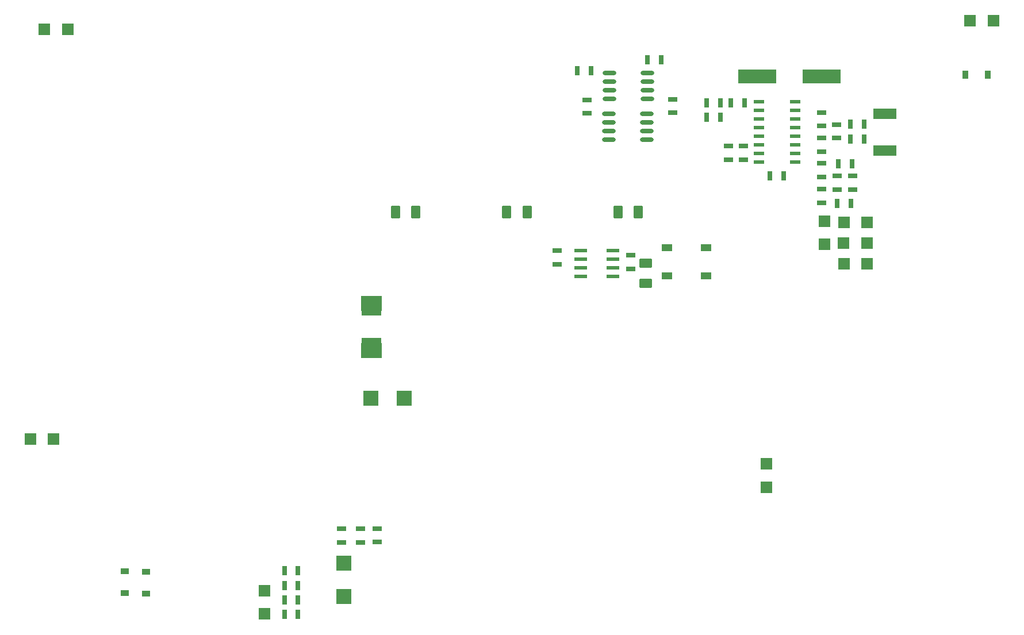
<source format=gbp>
G04*
G04 #@! TF.GenerationSoftware,Altium Limited,Altium Designer,22.5.1 (42)*
G04*
G04 Layer_Color=128*
%FSLAX44Y44*%
%MOMM*%
G71*
G04*
G04 #@! TF.SameCoordinates,325B58FB-DF44-4075-A057-A786A272C4E4*
G04*
G04*
G04 #@! TF.FilePolarity,Positive*
G04*
G01*
G75*
%ADD24R,0.8000X1.4000*%
%ADD25R,1.4000X0.8000*%
%ADD30R,3.0000X1.8000*%
%ADD35R,1.9812X0.5588*%
G04:AMPARAMS|DCode=43|XSize=1.4mm|YSize=1.8mm|CornerRadius=0.14mm|HoleSize=0mm|Usage=FLASHONLY|Rotation=90.000|XOffset=0mm|YOffset=0mm|HoleType=Round|Shape=RoundedRectangle|*
%AMROUNDEDRECTD43*
21,1,1.4000,1.5200,0,0,90.0*
21,1,1.1200,1.8000,0,0,90.0*
1,1,0.2800,0.7600,0.5600*
1,1,0.2800,0.7600,-0.5600*
1,1,0.2800,-0.7600,-0.5600*
1,1,0.2800,-0.7600,0.5600*
%
%ADD43ROUNDEDRECTD43*%
G04:AMPARAMS|DCode=44|XSize=1.4mm|YSize=1.8mm|CornerRadius=0.14mm|HoleSize=0mm|Usage=FLASHONLY|Rotation=90.000|XOffset=0mm|YOffset=0mm|HoleType=Round|Shape=RoundedRectangle|*
%AMROUNDEDRECTD44*
21,1,1.4000,1.5200,0,0,90.0*
21,1,1.1200,1.8000,0,0,90.0*
1,1,0.2800,0.7600,0.5600*
1,1,0.2800,0.7600,-0.5600*
1,1,0.2800,-0.7600,-0.5600*
1,1,0.2800,-0.7600,0.5600*
%
%ADD44ROUNDEDRECTD44*%
%ADD45R,1.7780X1.7780*%
%ADD46R,1.7780X1.7780*%
%ADD52R,1.5000X1.1000*%
%ADD53R,1.5240X1.1000*%
%ADD54R,3.1500X2.3000*%
%ADD166R,2.2600X2.1600*%
%ADD167R,2.1600X2.2600*%
%ADD168R,0.9100X1.2200*%
%ADD169R,1.2200X0.9100*%
G04:AMPARAMS|DCode=170|XSize=1.4mm|YSize=1.8mm|CornerRadius=0.14mm|HoleSize=0mm|Usage=FLASHONLY|Rotation=180.000|XOffset=0mm|YOffset=0mm|HoleType=Round|Shape=RoundedRectangle|*
%AMROUNDEDRECTD170*
21,1,1.4000,1.5200,0,0,180.0*
21,1,1.1200,1.8000,0,0,180.0*
1,1,0.2800,-0.5600,0.7600*
1,1,0.2800,0.5600,0.7600*
1,1,0.2800,0.5600,-0.7600*
1,1,0.2800,-0.5600,-0.7600*
%
%ADD170ROUNDEDRECTD170*%
G04:AMPARAMS|DCode=171|XSize=1.4mm|YSize=1.8mm|CornerRadius=0.14mm|HoleSize=0mm|Usage=FLASHONLY|Rotation=180.000|XOffset=0mm|YOffset=0mm|HoleType=Round|Shape=RoundedRectangle|*
%AMROUNDEDRECTD171*
21,1,1.4000,1.5200,0,0,180.0*
21,1,1.1200,1.8000,0,0,180.0*
1,1,0.2800,-0.5600,0.7600*
1,1,0.2800,0.5600,0.7600*
1,1,0.2800,0.5600,-0.7600*
1,1,0.2800,-0.5600,-0.7600*
%
%ADD171ROUNDEDRECTD171*%
%ADD172R,5.6000X2.1000*%
%ADD173O,2.0320X0.6096*%
%ADD174R,1.5000X0.6000*%
%ADD175R,3.5000X1.6000*%
G54D24*
X413098Y21590D02*
D03*
X393098D02*
D03*
X413098Y42672D02*
D03*
X393098D02*
D03*
X413098Y63754D02*
D03*
X393098D02*
D03*
X413098Y85852D02*
D03*
X393098D02*
D03*
X1227382Y626500D02*
D03*
X1207382D02*
D03*
X1014796Y753364D02*
D03*
X1034796D02*
D03*
X1228692Y685038D02*
D03*
X1208692D02*
D03*
X1246432Y743340D02*
D03*
X1226432D02*
D03*
X1246592Y721750D02*
D03*
X1226592D02*
D03*
X1034890Y774954D02*
D03*
X1014890D02*
D03*
X1050450Y774700D02*
D03*
X1070450D02*
D03*
X947768Y838200D02*
D03*
X927768D02*
D03*
X824588Y822188D02*
D03*
X844588D02*
D03*
X1108322Y667140D02*
D03*
X1128322D02*
D03*
G54D25*
X477520Y127414D02*
D03*
Y147414D02*
D03*
X504698Y127414D02*
D03*
Y147414D02*
D03*
X529844Y127922D02*
D03*
Y147922D02*
D03*
X902970Y530512D02*
D03*
Y550512D02*
D03*
X1230082Y666980D02*
D03*
Y646980D02*
D03*
X794258Y557116D02*
D03*
Y537116D02*
D03*
X1184362Y627930D02*
D03*
Y647930D02*
D03*
X964692Y780288D02*
D03*
Y760288D02*
D03*
X838454Y779366D02*
D03*
Y759366D02*
D03*
X1207092Y646980D02*
D03*
Y666980D02*
D03*
X1184362Y666030D02*
D03*
Y686030D02*
D03*
Y740800D02*
D03*
Y760800D02*
D03*
Y723020D02*
D03*
Y703020D02*
D03*
X1206500Y723044D02*
D03*
Y743044D02*
D03*
X1047202Y711430D02*
D03*
Y691430D02*
D03*
X1068792Y711430D02*
D03*
Y691430D02*
D03*
G54D30*
X521462Y470154D02*
D03*
Y420154D02*
D03*
G54D35*
X829564Y557530D02*
D03*
Y544830D02*
D03*
Y532130D02*
D03*
Y519430D02*
D03*
X876808D02*
D03*
Y532130D02*
D03*
Y544830D02*
D03*
Y557530D02*
D03*
G54D43*
X925322Y538748D02*
D03*
G54D44*
Y508748D02*
D03*
G54D45*
X1437132Y895858D02*
D03*
X1402842D02*
D03*
X73914Y883666D02*
D03*
X39624D02*
D03*
X19050Y279908D02*
D03*
X53340D02*
D03*
X1216914Y598932D02*
D03*
X1251204D02*
D03*
X1216660Y567944D02*
D03*
X1250950D02*
D03*
X1251204Y537972D02*
D03*
X1216914D02*
D03*
G54D46*
X1103122Y208788D02*
D03*
Y243078D02*
D03*
X363728Y22098D02*
D03*
Y56388D02*
D03*
X1188212Y566420D02*
D03*
Y600710D02*
D03*
G54D52*
X956587Y561266D02*
D03*
X1013587D02*
D03*
G54D53*
X956587Y520266D02*
D03*
X1013587D02*
D03*
G54D54*
X521462Y479254D02*
D03*
Y410254D02*
D03*
G54D166*
X480568Y47636D02*
D03*
Y96636D02*
D03*
G54D167*
X520076Y340106D02*
D03*
X569076D02*
D03*
G54D168*
X1395890Y816356D02*
D03*
X1428590D02*
D03*
G54D169*
X188976Y84422D02*
D03*
Y51722D02*
D03*
X158242Y85184D02*
D03*
Y52484D02*
D03*
G54D170*
X720330Y614172D02*
D03*
X556754Y613918D02*
D03*
X884414D02*
D03*
G54D171*
X750330Y614172D02*
D03*
X586754Y613918D02*
D03*
X914414D02*
D03*
G54D172*
X1183896Y813562D02*
D03*
X1088896D02*
D03*
G54D173*
X871220Y758698D02*
D03*
X927100Y733298D02*
D03*
Y758698D02*
D03*
Y745998D02*
D03*
Y720598D02*
D03*
X871220Y745998D02*
D03*
Y733298D02*
D03*
Y720598D02*
D03*
X871728Y780796D02*
D03*
Y793496D02*
D03*
Y806196D02*
D03*
X927608Y780796D02*
D03*
Y806196D02*
D03*
Y818896D02*
D03*
Y793496D02*
D03*
X871728Y818896D02*
D03*
G54D174*
X1091822Y776360D02*
D03*
Y763660D02*
D03*
Y750960D02*
D03*
Y738260D02*
D03*
Y725560D02*
D03*
Y712860D02*
D03*
Y700160D02*
D03*
Y687460D02*
D03*
X1144822D02*
D03*
Y700160D02*
D03*
Y712860D02*
D03*
Y725560D02*
D03*
Y738260D02*
D03*
Y750960D02*
D03*
Y763660D02*
D03*
Y776360D02*
D03*
G54D175*
X1277072Y704732D02*
D03*
Y759088D02*
D03*
M02*

</source>
